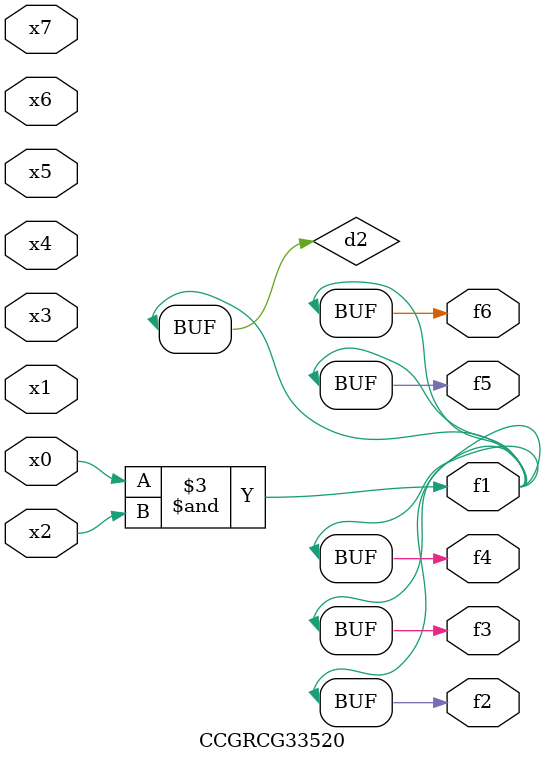
<source format=v>
module CCGRCG33520(
	input x0, x1, x2, x3, x4, x5, x6, x7,
	output f1, f2, f3, f4, f5, f6
);

	wire d1, d2;

	nor (d1, x3, x6);
	and (d2, x0, x2);
	assign f1 = d2;
	assign f2 = d2;
	assign f3 = d2;
	assign f4 = d2;
	assign f5 = d2;
	assign f6 = d2;
endmodule

</source>
